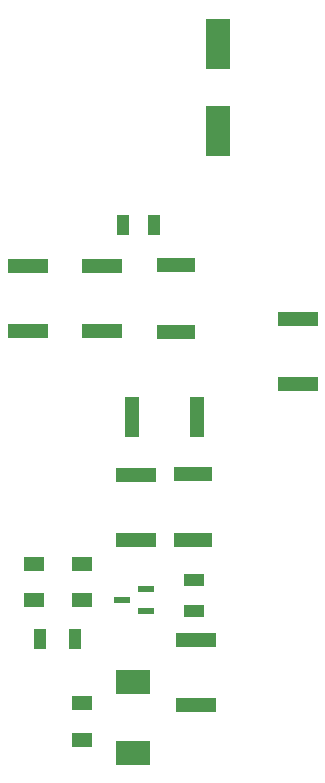
<source format=gtp>
G04*
G04 #@! TF.GenerationSoftware,Altium Limited,Altium Designer,22.0.2 (36)*
G04*
G04 Layer_Color=8421504*
%FSLAX25Y25*%
%MOIN*%
G70*
G04*
G04 #@! TF.SameCoordinates,7C6212BA-1BE9-4310-A8C3-E6ACAF7CF704*
G04*
G04*
G04 #@! TF.FilePolarity,Positive*
G04*
G01*
G75*
%ADD16R,0.13209X0.05135*%
%ADD17R,0.04331X0.06693*%
%ADD18R,0.12631X0.04547*%
%ADD19R,0.04449X0.06969*%
%ADD20R,0.06693X0.04331*%
G04:AMPARAMS|DCode=21|XSize=51.97mil|YSize=23.23mil|CornerRadius=2.9mil|HoleSize=0mil|Usage=FLASHONLY|Rotation=180.000|XOffset=0mil|YOffset=0mil|HoleType=Round|Shape=RoundedRectangle|*
%AMROUNDEDRECTD21*
21,1,0.05197,0.01742,0,0,180.0*
21,1,0.04616,0.02323,0,0,180.0*
1,1,0.00581,-0.02308,0.00871*
1,1,0.00581,0.02308,0.00871*
1,1,0.00581,0.02308,-0.00871*
1,1,0.00581,-0.02308,-0.00871*
%
%ADD21ROUNDEDRECTD21*%
%ADD22R,0.11811X0.07874*%
%ADD23R,0.07087X0.05118*%
%ADD24R,0.05135X0.13209*%
%ADD25R,0.08268X0.16535*%
%ADD26R,0.07087X0.04921*%
D16*
X496500Y310669D02*
D03*
Y332331D02*
D03*
X431398Y328169D02*
D03*
Y349831D02*
D03*
X462500Y203669D02*
D03*
Y225331D02*
D03*
X442500Y258669D02*
D03*
Y280331D02*
D03*
X406500Y349831D02*
D03*
Y328169D02*
D03*
D17*
X438382Y363500D02*
D03*
X448618D02*
D03*
D18*
X456000Y327875D02*
D03*
Y350125D02*
D03*
X461500Y258375D02*
D03*
Y280625D02*
D03*
D19*
X422189Y225500D02*
D03*
X410811D02*
D03*
D20*
X462000Y234882D02*
D03*
Y245118D02*
D03*
D21*
X445996Y234760D02*
D03*
Y242240D02*
D03*
X438004Y238500D02*
D03*
D22*
X441500Y211311D02*
D03*
Y187689D02*
D03*
D23*
X424500Y191898D02*
D03*
Y204102D02*
D03*
D24*
X441169Y299500D02*
D03*
X462831D02*
D03*
D25*
X470000Y395031D02*
D03*
Y423969D02*
D03*
D26*
X424500Y238496D02*
D03*
Y250504D02*
D03*
X408500Y238496D02*
D03*
Y250504D02*
D03*
M02*

</source>
